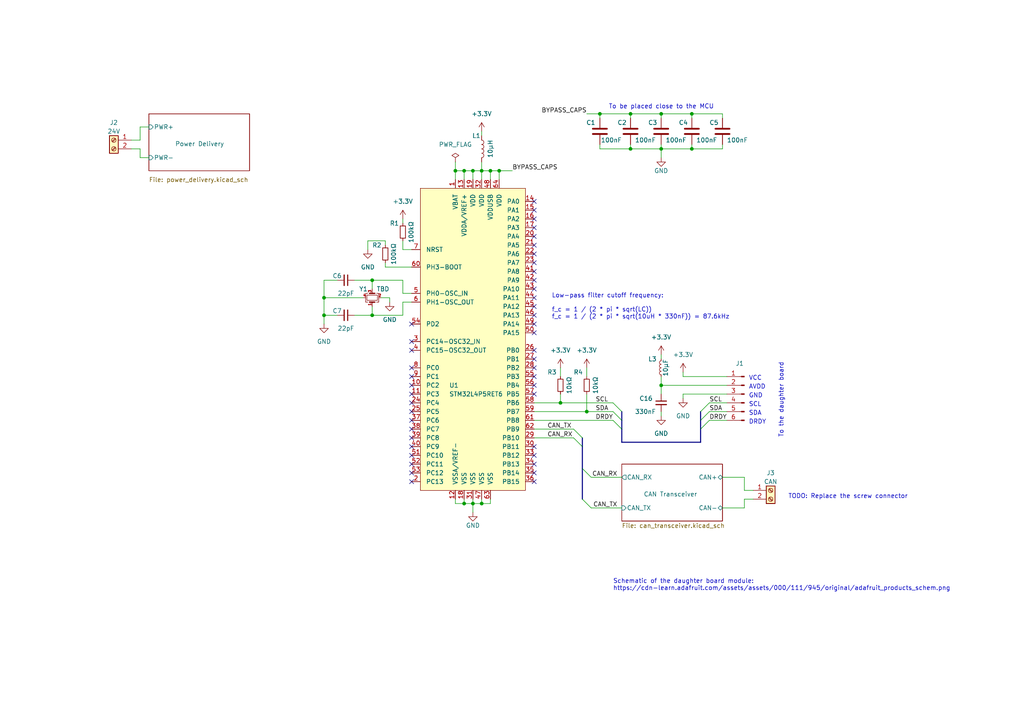
<source format=kicad_sch>
(kicad_sch (version 20211123) (generator eeschema)
  (paper "A4")
  (title_block (title "Push-rods Suspension Tension Meter") (date "2022-11-21") (rev "0.1.0") (company "PUT Motorsport"))
  (lib_symbols
    (symbol "Connector:Conn_01x06_Male" (pin_names (offset 1.016) hide)
      (property "Reference" "J" (at 0 7.62 0))
      (property "Value" "Conn_01x06_Male" (at 0 -10.16 0))
      (symbol "Conn_01x06_Male_1_1"
        (polyline (pts (xy 1.27 -7.62) (xy 0.8636 -7.62)) (stroke (width 0.1524)))
        (polyline (pts (xy 1.27 -5.08) (xy 0.8636 -5.08)) (stroke (width 0.1524)))
        (polyline (pts (xy 1.27 -2.54) (xy 0.8636 -2.54)) (stroke (width 0.1524)))
        (polyline (pts (xy 1.27 0) (xy 0.8636 0)) (stroke (width 0.1524)))
        (polyline (pts (xy 1.27 2.54) (xy 0.8636 2.54)) (stroke (width 0.1524)))
        (polyline (pts (xy 1.27 5.08) (xy 0.8636 5.08)) (stroke (width 0.1524)))
        (rectangle (start 0.8636 -7.493) (end 0 -7.747) (stroke (width 0.1524)) (fill (type outline)))
        (rectangle (start 0.8636 -4.953) (end 0 -5.207) (stroke (width 0.1524)) (fill (type outline)))
        (rectangle (start 0.8636 -2.413) (end 0 -2.667) (stroke (width 0.1524)) (fill (type outline)))
        (rectangle (start 0.8636 0.127) (end 0 -0.127) (stroke (width 0.1524)) (fill (type outline)))
        (rectangle (start 0.8636 2.667) (end 0 2.413) (stroke (width 0.1524)) (fill (type outline)))
        (rectangle (start 0.8636 5.207) (end 0 4.953) (stroke (width 0.1524)) (fill (type outline)))
        (pin passive line (at 5.08 5.08 180) (length 3.81) (name "Pin_1") (number "1"))
        (pin passive line (at 5.08 2.54 180) (length 3.81) (name "Pin_2") (number "2"))
        (pin passive line (at 5.08 0 180) (length 3.81) (name "Pin_3") (number "3"))
        (pin passive line (at 5.08 -2.54 180) (length 3.81) (name "Pin_4") (number "4"))
        (pin passive line (at 5.08 -5.08 180) (length 3.81) (name "Pin_5") (number "5"))
        (pin passive line (at 5.08 -7.62 180) (length 3.81) (name "Pin_6") (number "6"))
      )
    )
    (symbol "Connector:Screw_Terminal_01x02" (pin_names (offset 1.016) hide)
      (property "Reference" "J" (at 0 2.54 0))
      (property "Value" "Screw_Terminal_01x02" (at 0 -5.08 0))
      (symbol "Screw_Terminal_01x02_1_1"
        (rectangle (start -1.27 1.27) (end 1.27 -3.81) (stroke (width 0.254)) (fill (type background)))
        (circle (center 0 -2.54) (radius 0.635) (stroke (width 0.1524)))
        (polyline (pts (xy -0.5334 -2.2098) (xy 0.3302 -3.048)) (stroke (width 0.1524)))
        (polyline (pts (xy -0.5334 0.3302) (xy 0.3302 -0.508)) (stroke (width 0.1524)))
        (polyline (pts (xy -0.3556 -2.032) (xy 0.508 -2.8702)) (stroke (width 0.1524)))
        (polyline (pts (xy -0.3556 0.508) (xy 0.508 -0.3302)) (stroke (width 0.1524)))
        (circle (center 0 0) (radius 0.635) (stroke (width 0.1524)))
        (pin passive line (at -5.08 0 0) (length 3.81) (name "Pin_1") (number "1"))
        (pin passive line (at -5.08 -2.54 0) (length 3.81) (name "Pin_2") (number "2"))
      )
    )
    (symbol "Device:C" (pin_numbers hide) (pin_names (offset 0.254))
      (property "Reference" "C" (at 0.635 2.54 0))
      (property "Value" "C" (at 0.635 -2.54 0))
      (symbol "C_0_1"
        (polyline (pts (xy -2.032 -0.762) (xy 2.032 -0.762)) (stroke (width 0.508)))
        (polyline (pts (xy -2.032 0.762) (xy 2.032 0.762)) (stroke (width 0.508)))
      )
      (symbol "C_1_1"
        (pin passive line (at 0 3.81 270) (length 2.794) (name "~") (number "1"))
        (pin passive line (at 0 -3.81 90) (length 2.794) (name "~") (number "2"))
      )
    )
    (symbol "Device:C_Small" (pin_numbers hide) (pin_names (offset 0.254) hide)
      (property "Reference" "C" (at 0.254 1.778 0))
      (property "Value" "C_Small" (at 0.254 -2.032 0))
      (symbol "C_Small_0_1"
        (polyline (pts (xy -1.524 -0.508) (xy 1.524 -0.508)) (stroke (width 0.3302)))
        (polyline (pts (xy -1.524 0.508) (xy 1.524 0.508)) (stroke (width 0.3048)))
      )
      (symbol "C_Small_1_1"
        (pin passive line (at 0 2.54 270) (length 2.032) (name "~") (number "1"))
        (pin passive line (at 0 -2.54 90) (length 2.032) (name "~") (number "2"))
      )
    )
    (symbol "Device:Crystal_GND24_Small" (pin_names (offset 1.016) hide)
      (property "Reference" "Y" (at 1.27 4.445 0))
      (property "Value" "Crystal_GND24_Small" (at 1.27 2.54 0))
      (symbol "Crystal_GND24_Small_0_1"
        (rectangle (start -0.762 -1.524) (end 0.762 1.524))
        (polyline (pts (xy -1.27 -0.762) (xy -1.27 0.762)) (stroke (width 0.381)))
        (polyline (pts (xy 1.27 -0.762) (xy 1.27 0.762)) (stroke (width 0.381)))
        (polyline (pts (xy -1.27 -1.27) (xy -1.27 -1.905) (xy 1.27 -1.905) (xy 1.27 -1.27)))
        (polyline (pts (xy -1.27 1.27) (xy -1.27 1.905) (xy 1.27 1.905) (xy 1.27 1.27)))
      )
      (symbol "Crystal_GND24_Small_1_1"
        (pin passive line (at -2.54 0 0) (length 1.27) (name "1") (number "1"))
        (pin passive line (at 0 -2.54 90) (length 0.635) (name "2") (number "2"))
        (pin passive line (at 2.54 0 180) (length 1.27) (name "3") (number "3"))
        (pin passive line (at 0 2.54 270) (length 0.635) (name "4") (number "4"))
      )
    )
    (symbol "Device:L" (pin_numbers hide) (pin_names (offset 1.016) hide)
      (property "Reference" "L" (at -1.27 0 90))
      (property "Value" "L" (at 1.905 0 90))
      (symbol "L_0_1"
        (arc (start 0 -2.54) (mid 0.635 -1.905) (end 0 -1.27))
        (arc (start 0 -1.27) (mid 0.635 -0.635) (end 0 0))
        (arc (start 0 0) (mid 0.635 0.635) (end 0 1.27))
        (arc (start 0 1.27) (mid 0.635 1.905) (end 0 2.54))
      )
      (symbol "L_1_1"
        (pin passive line (at 0 3.81 270) (length 1.27) (name "1") (number "1"))
        (pin passive line (at 0 -3.81 90) (length 1.27) (name "2") (number "2"))
      )
    )
    (symbol "Device:L_Small" (pin_numbers hide) (pin_names (offset 0.254) hide)
      (property "Reference" "L" (at 0.762 1.016 0))
      (property "Value" "L_Small" (at 0.762 -1.016 0))
      (symbol "L_Small_0_1"
        (arc (start 0 -2.032) (mid 0.508 -1.524) (end 0 -1.016))
        (arc (start 0 -1.016) (mid 0.508 -0.508) (end 0 0))
        (arc (start 0 0) (mid 0.508 0.508) (end 0 1.016))
        (arc (start 0 1.016) (mid 0.508 1.524) (end 0 2.032))
      )
      (symbol "L_Small_1_1"
        (pin passive line (at 0 2.54 270) (length 0.508) (name "~") (number "1"))
        (pin passive line (at 0 -2.54 90) (length 0.508) (name "~") (number "2"))
      )
    )
    (symbol "Device:R_Small" (pin_numbers hide) (pin_names (offset 0.254) hide)
      (property "Reference" "R" (at 0.762 0.508 0))
      (property "Value" "R_Small" (at 0.762 -1.016 0))
      (symbol "R_Small_0_1"
        (rectangle (start -0.762 1.778) (end 0.762 -1.778) (stroke (width 0.2032)))
      )
      (symbol "R_Small_1_1"
        (pin passive line (at 0 2.54 270) (length 0.762) (name "~") (number "1"))
        (pin passive line (at 0 -2.54 90) (length 0.762) (name "~") (number "2"))
      )
    )
    (symbol "Local_Library:STM32L4P5RET6-STM32L4P5RET6" (pin_names (offset 1.6256))
      (property "Reference" "U" (at 0 -55.88 0))
      (property "Value" "STM32L4P5RET6-STM32L4P5RET6" (at 0 -59.69 0))
      (symbol "STM32L4P5RET6-STM32L4P5RET6_0_0"
        (pin power_in line (at -5.08 44.45 270) (length 2.54) (name "VBAT") (number "1"))
        (pin bidirectional line (at -17.78 -15.24 0) (length 2.54) (name "PC2") (number "10"))
        (pin bidirectional line (at -17.78 -17.78 0) (length 2.54) (name "PC3") (number "11"))
        (pin power_in line (at -5.08 -48.26 90) (length 2.54) (name "VSSA/VREF-") (number "12"))
        (pin power_in line (at -2.54 44.45 270) (length 2.54) (name "VDDA/VREF+") (number "13"))
        (pin bidirectional line (at 17.78 38.1 180) (length 2.54) (name "PA0") (number "14"))
        (pin bidirectional line (at 17.78 35.56 180) (length 2.54) (name "PA1") (number "15"))
        (pin bidirectional line (at 17.78 33.02 180) (length 2.54) (name "PA2") (number "16"))
        (pin bidirectional line (at 17.78 30.48 180) (length 2.54) (name "PA3") (number "17"))
        (pin power_in line (at -2.54 -48.26 90) (length 2.54) (name "VSS") (number "18"))
        (pin power_in line (at 0 44.45 270) (length 2.54) (name "VDD") (number "19"))
        (pin bidirectional line (at -17.78 -43.18 0) (length 2.54) (name "PC13") (number "2"))
        (pin bidirectional line (at 17.78 27.94 180) (length 2.54) (name "PA4") (number "20"))
        (pin bidirectional line (at 17.78 25.4 180) (length 2.54) (name "PA5") (number "21"))
        (pin bidirectional line (at 17.78 22.86 180) (length 2.54) (name "PA6") (number "22"))
        (pin bidirectional line (at 17.78 20.32 180) (length 2.54) (name "PA7") (number "23"))
        (pin bidirectional line (at -17.78 -20.32 0) (length 2.54) (name "PC4") (number "24"))
        (pin bidirectional line (at -17.78 -22.86 0) (length 2.54) (name "PC5") (number "25"))
        (pin bidirectional line (at 17.78 -5.08 180) (length 2.54) (name "PB0") (number "26"))
        (pin bidirectional line (at 17.78 -7.62 180) (length 2.54) (name "PB1") (number "27"))
        (pin bidirectional line (at 17.78 -10.16 180) (length 2.54) (name "PB2") (number "28"))
        (pin bidirectional line (at 17.78 -30.48 180) (length 2.54) (name "PB10") (number "29"))
        (pin bidirectional line (at -17.78 -2.54 0) (length 2.54) (name "PC14-OSC32_IN") (number "3"))
        (pin bidirectional line (at 17.78 -33.02 180) (length 2.54) (name "PB11") (number "30"))
        (pin power_in line (at 0 -48.26 90) (length 2.54) (name "VSS") (number "31"))
        (pin power_in line (at 2.54 44.45 270) (length 2.54) (name "VDD") (number "32"))
        (pin bidirectional line (at 17.78 -35.56 180) (length 2.54) (name "PB12") (number "33"))
        (pin bidirectional line (at 17.78 -38.1 180) (length 2.54) (name "PB13") (number "34"))
        (pin bidirectional line (at 17.78 -40.64 180) (length 2.54) (name "PB14") (number "35"))
        (pin bidirectional line (at 17.78 -43.18 180) (length 2.54) (name "PB15") (number "36"))
        (pin bidirectional line (at -17.78 -25.4 0) (length 2.54) (name "PC6") (number "37"))
        (pin bidirectional line (at -17.78 -27.94 0) (length 2.54) (name "PC7") (number "38"))
        (pin bidirectional line (at -17.78 -30.48 0) (length 2.54) (name "PC8") (number "39"))
        (pin bidirectional line (at -17.78 -5.08 0) (length 2.54) (name "PC15-OSC32_OUT") (number "4"))
        (pin bidirectional line (at -17.78 -33.02 0) (length 2.54) (name "PC9") (number "40"))
        (pin bidirectional line (at 17.78 17.78 180) (length 2.54) (name "PA8") (number "41"))
        (pin bidirectional line (at 17.78 15.24 180) (length 2.54) (name "PA9") (number "42"))
        (pin bidirectional line (at 17.78 12.7 180) (length 2.54) (name "PA10") (number "43"))
        (pin bidirectional line (at 17.78 10.16 180) (length 2.54) (name "PA11") (number "44"))
        (pin bidirectional line (at 17.78 7.62 180) (length 2.54) (name "PA12") (number "45"))
        (pin bidirectional line (at 17.78 5.08 180) (length 2.54) (name "PA13") (number "46"))
        (pin power_in line (at 2.54 -48.26 90) (length 2.54) (name "VSS") (number "47"))
        (pin power_in line (at 5.08 44.45 270) (length 2.54) (name "VDDUSB") (number "48"))
        (pin bidirectional line (at 17.78 2.54 180) (length 2.54) (name "PA14") (number "49"))
        (pin input line (at -17.78 11.43 0) (length 2.54) (name "PH0-OSC_IN") (number "5"))
        (pin bidirectional line (at 17.78 0 180) (length 2.54) (name "PA15") (number "50"))
        (pin bidirectional line (at -17.78 -35.56 0) (length 2.54) (name "PC10") (number "51"))
        (pin bidirectional line (at -17.78 -38.1 0) (length 2.54) (name "PC11") (number "52"))
        (pin bidirectional line (at -17.78 -40.64 0) (length 2.54) (name "PC12") (number "53"))
        (pin bidirectional line (at -17.78 2.54 0) (length 2.54) (name "PD2") (number "54"))
        (pin bidirectional line (at 17.78 -12.7 180) (length 2.54) (name "PB3") (number "55"))
        (pin bidirectional line (at 17.78 -15.24 180) (length 2.54) (name "PB4") (number "56"))
        (pin bidirectional line (at 17.78 -17.78 180) (length 2.54) (name "PB5") (number "57"))
        (pin bidirectional line (at 17.78 -20.32 180) (length 2.54) (name "PB6") (number "58"))
        (pin bidirectional line (at 17.78 -22.86 180) (length 2.54) (name "PB7") (number "59"))
        (pin input line (at -17.78 8.89 0) (length 2.54) (name "PH1-OSC_OUT") (number "6"))
        (pin input line (at -17.78 19.05 0) (length 2.54) (name "PH3-BOOT") (number "60"))
        (pin bidirectional line (at 17.78 -25.4 180) (length 2.54) (name "PB8") (number "61"))
        (pin bidirectional line (at 17.78 -27.94 180) (length 2.54) (name "PB9") (number "62"))
        (pin power_in line (at 5.08 -48.26 90) (length 2.54) (name "VSS") (number "63"))
        (pin power_in line (at 7.62 44.45 270) (length 2.54) (name "VDD") (number "64"))
        (pin input line (at -17.78 24.13 0) (length 2.54) (name "NRST") (number "7"))
        (pin bidirectional line (at -17.78 -10.16 0) (length 2.54) (name "PC0") (number "8"))
        (pin bidirectional line (at -17.78 -12.7 0) (length 2.54) (name "PC1") (number "9"))
      )
      (symbol "STM32L4P5RET6-STM32L4P5RET6_0_1"
        (rectangle (start 15.24 41.91) (end -15.24 -45.72) (fill (type background)))
      )
    )
    (symbol "power:+3.3V" (power) (pin_names (offset 0))
      (property "Value" "+3.3V" (at 0 3.556 0))
      (symbol "+3.3V_0_1"
        (polyline (pts (xy -0.762 1.27) (xy 0 2.54)))
        (polyline (pts (xy 0 0) (xy 0 2.54)))
        (polyline (pts (xy 0 2.54) (xy 0.762 1.27)))
      )
      (symbol "+3.3V_1_1"
        (pin power_in line (at 0 0 90) (length 0) hide (name "+3.3V") (number "1"))
      )
    )
    (symbol "power:GND" (power) (pin_names (offset 0))
      (property "Value" "GND" (at 0 -3.81 0))
      (symbol "GND_0_1"
        (polyline (pts (xy 0 0) (xy 0 -1.27) (xy 1.27 -1.27) (xy 0 -2.54) (xy -1.27 -1.27) (xy 0 -1.27)))
      )
      (symbol "GND_1_1"
        (pin power_in line (at 0 0 270) (length 0) hide (name "GND") (number "1"))
      )
    )
    (symbol "power:PWR_FLAG" (power) (pin_numbers hide) (pin_names (offset 0) hide)
      (property "Value" "PWR_FLAG" (at 0 3.81 0))
      (symbol "PWR_FLAG_0_0"
        (pin power_out line (at 0 0 90) (length 0) (name "pwr") (number "1"))
      )
      (symbol "PWR_FLAG_0_1"
        (polyline (pts (xy 0 0) (xy 0 1.27) (xy -1.016 1.905) (xy 0 2.54) (xy 1.016 1.905) (xy 0 1.27)))
      )
    )
  )
  (junction (at 144.78 49.53))
  (junction (at 162.56 116.84))
  (junction (at 191.77 33.02))
  (junction (at 182.88 43.18))
  (junction (at 134.62 146.05))
  (junction (at 173.99 33.02))
  (junction (at 93.98 91.44))
  (junction (at 200.66 43.18))
  (junction (at 107.95 81.28))
  (junction (at 107.95 91.44))
  (junction (at 170.18 119.38))
  (junction (at 137.16 146.05))
  (junction (at 142.24 49.53))
  (junction (at 137.16 49.53))
  (junction (at 134.62 49.53))
  (junction (at 182.88 33.02))
  (junction (at 139.7 49.53))
  (junction (at 200.66 33.02))
  (junction (at 191.77 43.18))
  (junction (at 93.98 86.36))
  (junction (at 139.7 146.05))
  (junction (at 191.77 111.76))
  (junction (at 132.08 49.53))
  (no_connect (at 154.94 129.54))
  (no_connect (at 154.94 132.08))
  (no_connect (at 154.94 137.16))
  (no_connect (at 154.94 134.62))
  (no_connect (at 154.94 111.76))
  (no_connect (at 154.94 114.3))
  (no_connect (at 154.94 109.22))
  (no_connect (at 154.94 106.68))
  (no_connect (at 119.38 137.16))
  (no_connect (at 119.38 132.08))
  (no_connect (at 119.38 129.54))
  (no_connect (at 119.38 134.62))
  (no_connect (at 119.38 139.7))
  (no_connect (at 119.38 116.84))
  (no_connect (at 119.38 124.46))
  (no_connect (at 119.38 127))
  (no_connect (at 119.38 121.92))
  (no_connect (at 119.38 119.38))
  (no_connect (at 119.38 114.3))
  (no_connect (at 119.38 93.98))
  (no_connect (at 119.38 106.68))
  (no_connect (at 119.38 109.22))
  (no_connect (at 119.38 111.76))
  (no_connect (at 119.38 101.6))
  (no_connect (at 119.38 99.06))
  (no_connect (at 154.94 139.7))
  (no_connect (at 154.94 86.36))
  (no_connect (at 154.94 88.9))
  (no_connect (at 154.94 91.44))
  (no_connect (at 154.94 93.98))
  (no_connect (at 154.94 96.52))
  (no_connect (at 154.94 101.6))
  (no_connect (at 154.94 104.14))
  (no_connect (at 154.94 60.96))
  (no_connect (at 154.94 63.5))
  (no_connect (at 154.94 58.42))
  (no_connect (at 154.94 68.58))
  (no_connect (at 154.94 71.12))
  (no_connect (at 154.94 66.04))
  (no_connect (at 154.94 81.28))
  (no_connect (at 154.94 73.66))
  (no_connect (at 154.94 76.2))
  (no_connect (at 154.94 78.74))
  (no_connect (at 154.94 83.82))
  (bus_entry (at 166.37 124.46) (size 2.54 2.54))
  (bus_entry (at 166.37 127) (size 2.54 2.54))
  (bus_entry (at 168.91 144.78) (size 2.54 2.54))
  (bus_entry (at 168.91 135.89) (size 2.54 2.54))
  (bus_entry (at 177.8 121.92) (size 2.54 2.54))
  (bus_entry (at 177.8 119.38) (size 2.54 2.54))
  (bus_entry (at 177.8 116.84) (size 2.54 2.54))
  (bus_entry (at 205.74 116.84) (size -2.54 2.54))
  (bus_entry (at 205.74 119.38) (size -2.54 2.54))
  (bus_entry (at 205.74 121.92) (size -2.54 2.54))
  (wire (pts (xy 139.7 146.05) (xy 139.7 144.78)))
  (wire (pts (xy 38.1 40.64) (xy 40.64 40.64)))
  (wire (pts (xy 209.55 33.02) (xy 209.55 34.29)))
  (wire (pts (xy 102.87 91.44) (xy 107.95 91.44)))
  (wire (pts (xy 170.18 33.02) (xy 173.99 33.02)))
  (wire (pts (xy 200.66 43.18) (xy 191.77 43.18)))
  (wire (pts (xy 105.41 86.36) (xy 93.98 86.36)))
  (bus (pts (xy 203.2 121.92) (xy 203.2 124.46)))
  (bus (pts (xy 168.91 135.89) (xy 168.91 144.78)))
  (wire (pts (xy 200.66 34.29) (xy 200.66 33.02)))
  (wire (pts (xy 170.18 114.3) (xy 170.18 119.38)))
  (wire (pts (xy 182.88 41.91) (xy 182.88 43.18)))
  (wire (pts (xy 137.16 146.05) (xy 137.16 144.78)))
  (wire (pts (xy 139.7 49.53) (xy 142.24 49.53)))
  (wire (pts (xy 205.74 119.38) (xy 210.82 119.38)))
  (wire (pts (xy 154.94 121.92) (xy 177.8 121.92)))
  (wire (pts (xy 134.62 146.05) (xy 137.16 146.05)))
  (wire (pts (xy 111.76 69.85) (xy 106.68 69.85)))
  (bus (pts (xy 168.91 127) (xy 168.91 129.54)))
  (wire (pts (xy 215.9 142.24) (xy 218.44 142.24)))
  (bus (pts (xy 180.34 119.38) (xy 180.34 121.92)))
  (wire (pts (xy 134.62 49.53) (xy 137.16 49.53)))
  (bus (pts (xy 168.91 129.54) (xy 168.91 135.89)))
  (wire (pts (xy 93.98 91.44) (xy 97.79 91.44)))
  (wire (pts (xy 106.68 69.85) (xy 106.68 72.39)))
  (wire (pts (xy 132.08 144.78) (xy 132.08 146.05)))
  (wire (pts (xy 102.87 81.28) (xy 107.95 81.28)))
  (wire (pts (xy 209.55 41.91) (xy 209.55 43.18)))
  (wire (pts (xy 144.78 49.53) (xy 148.59 49.53)))
  (wire (pts (xy 116.84 72.39) (xy 119.38 72.39)))
  (wire (pts (xy 139.7 49.53) (xy 139.7 52.07)))
  (wire (pts (xy 107.95 88.9) (xy 107.95 91.44)))
  (wire (pts (xy 40.64 43.18) (xy 38.1 43.18)))
  (wire (pts (xy 132.08 46.99) (xy 132.08 49.53)))
  (wire (pts (xy 107.95 81.28) (xy 116.84 81.28)))
  (wire (pts (xy 137.16 146.05) (xy 139.7 146.05)))
  (wire (pts (xy 40.64 45.72) (xy 40.64 43.18)))
  (wire (pts (xy 198.12 109.22) (xy 198.12 107.95)))
  (wire (pts (xy 215.9 138.43) (xy 215.9 142.24)))
  (wire (pts (xy 93.98 91.44) (xy 93.98 93.98)))
  (wire (pts (xy 191.77 43.18) (xy 191.77 45.72)))
  (wire (pts (xy 139.7 146.05) (xy 142.24 146.05)))
  (wire (pts (xy 191.77 33.02) (xy 191.77 34.29)))
  (wire (pts (xy 200.66 41.91) (xy 200.66 43.18)))
  (wire (pts (xy 191.77 102.87) (xy 191.77 104.14)))
  (wire (pts (xy 173.99 41.91) (xy 173.99 43.18)))
  (wire (pts (xy 139.7 46.99) (xy 139.7 49.53)))
  (wire (pts (xy 215.9 144.78) (xy 218.44 144.78)))
  (wire (pts (xy 162.56 116.84) (xy 177.8 116.84)))
  (wire (pts (xy 182.88 33.02) (xy 173.99 33.02)))
  (wire (pts (xy 139.7 38.1) (xy 139.7 39.37)))
  (bus (pts (xy 203.2 128.27) (xy 203.2 124.46)))
  (wire (pts (xy 209.55 138.43) (xy 215.9 138.43)))
  (wire (pts (xy 182.88 34.29) (xy 182.88 33.02)))
  (wire (pts (xy 191.77 111.76) (xy 191.77 114.3)))
  (wire (pts (xy 191.77 41.91) (xy 191.77 43.18)))
  (wire (pts (xy 162.56 106.68) (xy 162.56 109.22)))
  (wire (pts (xy 191.77 119.38) (xy 191.77 120.65)))
  (wire (pts (xy 134.62 146.05) (xy 134.62 144.78)))
  (wire (pts (xy 93.98 86.36) (xy 93.98 91.44)))
  (wire (pts (xy 134.62 52.07) (xy 134.62 49.53)))
  (wire (pts (xy 107.95 91.44) (xy 116.84 91.44)))
  (wire (pts (xy 110.49 86.36) (xy 113.03 86.36)))
  (wire (pts (xy 171.45 138.43) (xy 180.34 138.43)))
  (wire (pts (xy 198.12 114.3) (xy 198.12 115.57)))
  (wire (pts (xy 142.24 49.53) (xy 142.24 52.07)))
  (wire (pts (xy 111.76 71.12) (xy 111.76 69.85)))
  (bus (pts (xy 203.2 119.38) (xy 203.2 121.92)))
  (wire (pts (xy 93.98 81.28) (xy 93.98 86.36)))
  (wire (pts (xy 198.12 109.22) (xy 210.82 109.22)))
  (bus (pts (xy 180.34 124.46) (xy 180.34 121.92)))
  (wire (pts (xy 171.45 147.32) (xy 180.34 147.32)))
  (wire (pts (xy 40.64 36.83) (xy 43.18 36.83)))
  (wire (pts (xy 111.76 77.47) (xy 119.38 77.47)))
  (wire (pts (xy 209.55 147.32) (xy 215.9 147.32)))
  (wire (pts (xy 142.24 146.05) (xy 142.24 144.78)))
  (wire (pts (xy 205.74 121.92) (xy 210.82 121.92)))
  (wire (pts (xy 93.98 81.28) (xy 97.79 81.28)))
  (wire (pts (xy 137.16 49.53) (xy 139.7 49.53)))
  (wire (pts (xy 142.24 49.53) (xy 144.78 49.53)))
  (wire (pts (xy 170.18 106.68) (xy 170.18 109.22)))
  (wire (pts (xy 137.16 146.05) (xy 137.16 148.59)))
  (wire (pts (xy 116.84 91.44) (xy 116.84 87.63)))
  (wire (pts (xy 144.78 49.53) (xy 144.78 52.07)))
  (wire (pts (xy 40.64 40.64) (xy 40.64 36.83)))
  (wire (pts (xy 154.94 116.84) (xy 162.56 116.84)))
  (wire (pts (xy 132.08 49.53) (xy 132.08 52.07)))
  (wire (pts (xy 215.9 147.32) (xy 215.9 144.78)))
  (wire (pts (xy 191.77 111.76) (xy 210.82 111.76)))
  (bus (pts (xy 180.34 128.27) (xy 180.34 124.46)))
  (wire (pts (xy 116.84 81.28) (xy 116.84 85.09)))
  (wire (pts (xy 137.16 49.53) (xy 137.16 52.07)))
  (wire (pts (xy 154.94 127) (xy 166.37 127)))
  (wire (pts (xy 170.18 119.38) (xy 177.8 119.38)))
  (wire (pts (xy 107.95 81.28) (xy 107.95 83.82)))
  (wire (pts (xy 209.55 43.18) (xy 200.66 43.18)))
  (wire (pts (xy 191.77 109.22) (xy 191.77 111.76)))
  (wire (pts (xy 116.84 87.63) (xy 119.38 87.63)))
  (wire (pts (xy 191.77 33.02) (xy 200.66 33.02)))
  (wire (pts (xy 116.84 69.85) (xy 116.84 72.39)))
  (wire (pts (xy 134.62 49.53) (xy 132.08 49.53)))
  (wire (pts (xy 154.94 119.38) (xy 170.18 119.38)))
  (wire (pts (xy 182.88 33.02) (xy 191.77 33.02)))
  (wire (pts (xy 113.03 86.36) (xy 113.03 87.63)))
  (bus (pts (xy 180.34 128.27) (xy 203.2 128.27)))
  (wire (pts (xy 173.99 33.02) (xy 173.99 34.29)))
  (wire (pts (xy 111.76 77.47) (xy 111.76 76.2)))
  (wire (pts (xy 205.74 116.84) (xy 210.82 116.84)))
  (wire (pts (xy 191.77 43.18) (xy 182.88 43.18)))
  (wire (pts (xy 116.84 63.5) (xy 116.84 64.77)))
  (wire (pts (xy 198.12 114.3) (xy 210.82 114.3)))
  (wire (pts (xy 162.56 114.3) (xy 162.56 116.84)))
  (wire (pts (xy 154.94 124.46) (xy 166.37 124.46)))
  (wire (pts (xy 182.88 43.18) (xy 173.99 43.18)))
  (wire (pts (xy 132.08 146.05) (xy 134.62 146.05)))
  (wire (pts (xy 43.18 45.72) (xy 40.64 45.72)))
  (wire (pts (xy 209.55 33.02) (xy 200.66 33.02)))
  (wire (pts (xy 116.84 85.09) (xy 119.38 85.09)))
  (text "GND" (at 217.17 115.57 0) (effects (font (size 1.27 1.27)) (justify left bottom)))
  (text "Low-pass filter cutoff frequency:\n\nf_c = 1 / (2 * pi * sqrt(LC))\nf_c = 1 / (2 * pi * sqrt(10uH * 330nF)) = 87.6kHz" (at 160.02 92.71 0) (effects (font (size 1.27 1.27)) (justify left bottom)))
  (text "SCL" (at 217.17 118.11 0) (effects (font (size 1.27 1.27)) (justify left bottom)))
  (text "To be placed close to the MCU" (at 176.53 31.75 0) (effects (font (size 1.27 1.27)) (justify left bottom)))
  (text "SDA" (at 217.17 120.65 0) (effects (font (size 1.27 1.27)) (justify left bottom)))
  (text "DRDY" (at 217.17 123.19 0) (effects (font (size 1.27 1.27)) (justify left bottom)))
  (text "VCC" (at 217.17 110.49 0) (effects (font (size 1.27 1.27)) (justify left bottom)))
  (text "AVDD" (at 217.17 113.03 0) (effects (font (size 1.27 1.27)) (justify left bottom)))
  (text "Schematic of the daughter board module:\nhttps://cdn-learn.adafruit.com/assets/assets/000/111/945/original/adafruit_products_schem.png" (at 177.8 171.45 0) (effects (font (size 1.27 1.27)) (justify left bottom)))
  (text "TODO: Replace the screw connector" (at 228.6 144.78 0) (effects (font (size 1.27 1.27)) (justify left bottom)))
  (text "To the daughter board" (at 227.33 127 90) (effects (font (size 1.27 1.27)) (justify left bottom)))
  (label "CAN_RX" (at 158.75 127 0))
  (label "SCL" (at 172.72 116.84 0))
  (label "CAN_TX" (at 179.07 147.32 180))
  (label "SCL" (at 205.74 116.84 0))
  (label "CAN_TX" (at 158.75 124.46 0))
  (label "DRDY" (at 172.72 121.92 0))
  (label "BYPASS_CAPS" (at 148.59 49.53 0))
  (label "DRDY" (at 205.74 121.92 0))
  (label "SDA" (at 172.72 119.38 0))
  (label "BYPASS_CAPS" (at 170.18 33.02 180))
  (label "CAN_RX" (at 179.07 138.43 180))
  (label "SDA" (at 205.74 119.38 0))
  (symbol (lib_id "Device:R_Small") (at 111.76 73.66 0) (unit 1)
    (property "Reference" "R2" (at 109.3216 71.12 0))
    (property "Value" "100kΩ" (at 114.173 73.66 90))
    (property "Footprint" "Resistor_SMD:R_0603_1608Metric" (effects hide))
  )
  (symbol (lib_id "power:+3.3V") (at 139.7 38.1 0) (unit 1)
    (property "Reference" "#PWR05" (effects hide))
    (property "Value" "+3.3V" (at 139.7 33.02 0))
  )
  (symbol (lib_id "power:GND") (at 191.77 45.72 0) (unit 1)
    (property "Reference" "#PWR020" (effects hide))
    (property "Value" "GND" (at 191.77 49.53 0))
  )
  (symbol (lib_id "power:GND") (at 191.77 120.65 0) (unit 1)
    (property "Reference" "#PWR0106" (effects hide))
    (property "Value" "GND" (at 191.77 125.73 0))
  )
  (symbol (lib_id "Device:C_Small") (at 100.33 91.44 270) (unit 1)
    (property "Reference" "C7" (at 97.79 90.17 90))
    (property "Value" "22pF" (at 100.33 95.25 90))
    (property "Footprint" "Capacitor_SMD:C_0603_1608Metric" (effects hide))
  )
  (symbol (lib_id "power:PWR_FLAG") (at 132.08 46.99 0) (unit 1)
    (property "Reference" "#FLG0104" (effects hide))
    (property "Value" "PWR_FLAG" (at 132.08 41.91 0))
  )
  (symbol (lib_id "Device:C") (at 173.99 38.1 0) (mirror y) (unit 1)
    (property "Reference" "C1" (at 172.72 35.5599 0) (effects (justify left)))
    (property "Value" "100nF" (at 180.34 40.6399 0) (effects (justify left)))
    (property "Footprint" "Capacitor_SMD:C_0603_1608Metric" (effects hide))
  )
  (symbol (lib_id "power:GND") (at 113.03 87.63 0) (unit 1)
    (property "Reference" "#PWR03" (effects hide))
    (property "Value" "GND" (at 113.03 92.71 0))
  )
  (symbol (lib_id "Device:R_Small") (at 162.56 111.76 0) (unit 1)
    (property "Reference" "R3" (at 158.75 107.9499 0) (effects (justify left)))
    (property "Value" "10kΩ" (at 165.1 114.2999 90) (effects (justify left)))
  )
  (symbol (lib_id "Device:C") (at 191.77 38.1 0) (mirror y) (unit 1)
    (property "Reference" "C3" (at 187.96 35.5599 0) (effects (justify right)))
    (property "Value" "100nF" (at 193.04 40.6399 0) (effects (justify right)))
    (property "Footprint" "Capacitor_SMD:C_0603_1608Metric" (effects hide))
  )
  (symbol (lib_id "Device:C_Small") (at 191.77 116.84 0) (unit 1)
    (property "Reference" "C16" (at 185.42 115.5762 0) (effects (justify left)))
    (property "Value" "330nF" (at 184.15 119.3862 0) (effects (justify left)))
  )
  (symbol (lib_id "power:+3.3V") (at 191.77 102.87 0) (unit 1)
    (property "Reference" "#PWR0105" (effects hide))
    (property "Value" "+3.3V" (at 191.77 97.79 0))
  )
  (symbol (lib_id "power:GND") (at 93.98 93.98 0) (unit 1)
    (property "Reference" "#PWR01" (effects hide))
    (property "Value" "GND" (at 93.98 99.06 0))
  )
  (symbol (lib_id "Connector:Conn_01x06_Male") (at 215.9 114.3 0) (mirror y) (unit 1)
    (property "Reference" "J1" (at 213.36 105.4099 0) (effects (justify right)))
    (property "Value" "Goldpin" (effects hide))
  )
  (symbol (lib_id "Connector:Screw_Terminal_01x02") (at 33.02 40.64 0) (mirror y) (unit 1)
    (property "Reference" "J2" (at 33.02 35.56 0))
    (property "Value" "24V" (at 33.02 38.1 0))
  )
  (symbol (lib_id "Device:L") (at 139.7 43.18 0) (unit 1)
    (property "Reference" "L1" (at 138.176 39.37 0))
    (property "Value" "10μH" (at 142.2146 43.18 90))
    (property "Footprint" "Inductor_SMD:L_0805_2012Metric" (effects hide))
  )
  (symbol (lib_id "Device:R_Small") (at 170.18 111.76 0) (unit 1)
    (property "Reference" "R4" (at 166.37 107.9499 0) (effects (justify left)))
    (property "Value" "10kΩ" (at 172.72 114.2999 90) (effects (justify left)))
  )
  (symbol (lib_id "power:+3.3V") (at 198.12 107.95 0) (unit 1)
    (property "Reference" "#PWR0103" (effects hide))
    (property "Value" "+3.3V" (at 198.12 102.87 0))
  )
  (symbol (lib_id "Device:C") (at 209.55 38.1 0) (mirror y) (unit 1)
    (property "Reference" "C5" (at 205.74 35.5599 0) (effects (justify right)))
    (property "Value" "100nF" (at 210.82 40.6399 0) (effects (justify right)))
    (property "Footprint" "Capacitor_SMD:C_0603_1608Metric" (effects hide))
  )
  (symbol (lib_id "Device:C") (at 200.66 38.1 0) (mirror y) (unit 1)
    (property "Reference" "C4" (at 196.85 35.5599 0) (effects (justify right)))
    (property "Value" "100nF" (at 201.93 40.6399 0) (effects (justify right)))
    (property "Footprint" "Capacitor_SMD:C_0603_1608Metric" (effects hide))
  )
  (symbol (lib_id "power:+3.3V") (at 162.56 106.68 0) (unit 1)
    (property "Reference" "#PWR06" (effects hide))
    (property "Value" "+3.3V" (at 162.56 101.6 0))
  )
  (symbol (lib_id "Device:C") (at 182.88 38.1 0) (mirror y) (unit 1)
    (property "Reference" "C2" (at 179.07 35.5599 0) (effects (justify right)))
    (property "Value" "100nF" (at 184.15 40.6399 0) (effects (justify right)))
    (property "Footprint" "Capacitor_SMD:C_0603_1608Metric" (effects hide))
  )
  (symbol (lib_id "Local_Library:STM32L4P5RET6-STM32L4P5RET6") (at 137.16 96.52 0) (unit 1)
    (property "Reference" "U1" (at 130.2894 111.76 0) (effects (justify left)))
    (property "Value" "STM32L4P5RET6" (at 130.2894 114.3 0) (effects (justify left)))
    (property "Footprint" "Package_QFP:LQFP-64_10x10mm_P0.5mm" (effects hide))
    (property "Datasheet" "https://www.st.com/resource/en/datasheet/stm32l4p5ae.pdf" (effects hide))
  )
  (symbol (lib_id "power:GND") (at 106.68 72.39 0) (unit 1)
    (property "Reference" "#PWR02" (effects hide))
    (property "Value" "GND" (at 106.68 77.47 0))
  )
  (symbol (lib_id "power:+3.3V") (at 170.18 106.68 0) (unit 1)
    (property "Reference" "#PWR019" (effects hide))
    (property "Value" "+3.3V" (at 170.18 101.6 0))
  )
  (symbol (lib_id "Device:Crystal_GND24_Small") (at 107.95 86.36 90) (unit 1)
    (property "Reference" "Y1" (at 104.14 83.82 90) (effects (justify right)))
    (property "Value" "TBD" (at 109.22 83.82 90) (effects (justify right)))
    (property "Footprint" "Crystal:Crystal_SMD_3225-4Pin_3.2x2.5mm" (effects hide))
  )
  (symbol (lib_id "Device:L_Small") (at 191.77 106.68 180) (unit 1)
    (property "Reference" "L3" (at 189.23 104.14 0))
    (property "Value" "10μF" (at 193.04 106.68 90))
  )
  (symbol (lib_id "power:GND") (at 137.16 148.59 0) (unit 1)
    (property "Reference" "#PWR04" (effects hide))
    (property "Value" "GND" (at 137.16 152.4 0))
  )
  (symbol (lib_id "Connector:Screw_Terminal_01x02") (at 223.52 142.24 0) (unit 1)
    (property "Reference" "J3" (at 223.52 137.16 0))
    (property "Value" "CAN" (at 223.52 139.7 0))
  )
  (symbol (lib_id "Device:C_Small") (at 100.33 81.28 270) (unit 1)
    (property "Reference" "C6" (at 97.79 80.01 90))
    (property "Value" "22pF" (at 100.33 85.09 90))
    (property "Footprint" "Capacitor_SMD:C_0603_1608Metric" (effects hide))
  )
  (symbol (lib_id "Device:R_Small") (at 116.84 67.31 0) (unit 1)
    (property "Reference" "R1" (at 114.4016 64.77 0))
    (property "Value" "100kΩ" (at 119.253 67.31 90))
    (property "Footprint" "Resistor_SMD:R_0603_1608Metric" (effects hide))
  )
  (symbol (lib_id "power:GND") (at 198.12 115.57 0) (unit 1)
    (property "Reference" "#PWR0104" (effects hide))
    (property "Value" "GND" (at 198.12 120.65 0))
  )
  (symbol (lib_id "power:+3.3V") (at 116.84 63.5 0) (unit 1)
    (property "Reference" "#PWR018" (effects hide))
    (property "Value" "+3.3V" (at 116.84 58.42 0))
  )
  (sheet (at 180.34 134.62) (size 29.21 16.51) (stroke (width 0.1524))
    (property "Sheet name" "CAN Transceiver" (at 186.69 144.0684 0) (effects (justify left bottom)))
    (property "Sheet file" "can_transceiver.kicad_sch" (at 180.34 151.7146 0) (effects (justify left top)))
    (pin "CAN_RX" output (at 180.34 138.43 180))
    (pin "CAN_TX" input (at 180.34 147.32 180))
    (pin "CAN-" bidirectional (at 209.55 147.32 0))
    (pin "CAN+" bidirectional (at 209.55 138.43 0))
  )
  (sheet (at 43.18 33.02) (size 29.21 16.51) (stroke (width 0.1524))
    (property "Sheet name" "Power Delivery" (at 50.8 42.4684 0) (effects (justify left bottom)))
    (property "Sheet file" "power_delivery.kicad_sch" (at 43.18 51.3846 0) (effects (justify left top)))
    (pin "PWR-" input (at 43.18 45.72 180))
    (pin "PWR+" input (at 43.18 36.83 180))
  )
)
</source>
